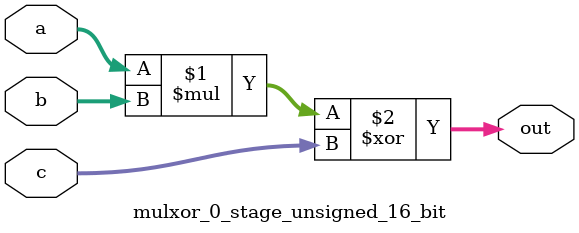
<source format=sv>
(* use_dsp = "yes" *) module mulxor_0_stage_unsigned_16_bit(
	input  [15:0] a,
	input  [15:0] b,
	input  [15:0] c,
	output [15:0] out
	);

	assign out = (a * b) ^ c;
endmodule

</source>
